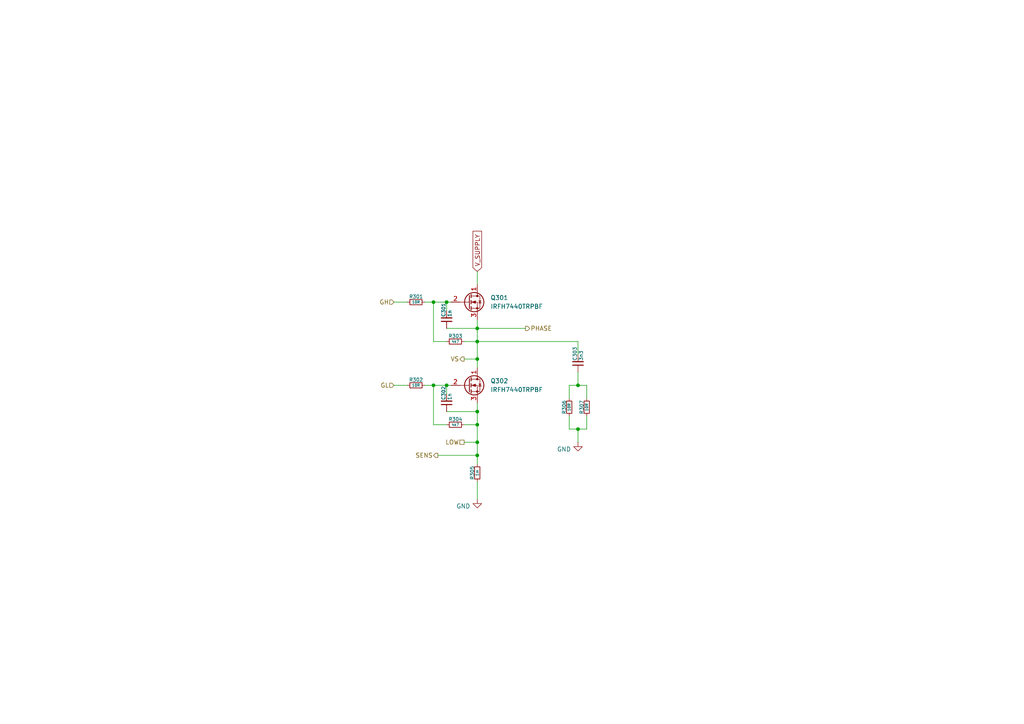
<source format=kicad_sch>
(kicad_sch (version 20250114) (generator "eeschema") (generator_version "9.0")
  (paper "A4")
  (lib_symbols
    (symbol "Bluesat:C_CompactV" (pin_numbers (hide yes)) (pin_names (offset 0.254) (hide yes))
      (property "Reference" "C" (at -0.889 0.762 90))
      (property "Value" "C_CompactV" (at 0.889 0.762 90))
      (symbol "C_CompactV_0_1"
        (polyline (pts (xy 1.524 0.508) (xy -1.524 0.508)) (stroke (width 0.3302)))
        (polyline (pts (xy 1.524 -0.508) (xy -1.524 -0.508)) (stroke (width 0.3048)))
      )
      (symbol "C_CompactV_1_1"
        (pin passive line (at 0 2.54 270) (length 2.032) (name "~") (number "2"))
        (pin passive line (at 0 -2.54 90) (length 2.032) (name "~") (number "1"))
      )
    )
    (symbol "Bluesat:R_CompactH" (pin_numbers (hide yes)) (pin_names (offset 0.254) (hide yes))
      (property "Reference" "R" (at 1.8415 0.1905 0))
      (property "Value" "R_CompactH" (at 0 0 0))
      (symbol "R_CompactH_0_1"
        (rectangle (start -1.778 -0.762) (end 1.778 0.762) (stroke (width 0.2032)))
      )
      (symbol "R_CompactH_1_1"
        (pin passive line (at -2.54 0 0) (length 0.762) (name "~") (number "1"))
        (pin passive line (at 2.54 0 180) (length 0.762) (name "~") (number "2"))
      )
    )
    (symbol "Bluesat:R_CompactV" (pin_numbers (hide yes)) (pin_names (offset 0.254) (hide yes))
      (property "Reference" "R" (at -0.889 0 90))
      (property "Value" "R_CompactV" (at 0 0 90))
      (symbol "R_CompactV_0_1"
        (rectangle (start -0.762 1.778) (end 0.762 -1.778) (stroke (width 0.2032)))
      )
      (symbol "R_CompactV_1_1"
        (pin passive line (at 0 2.54 270) (length 0.762) (name "~") (number "1"))
        (pin passive line (at 0 -2.54 90) (length 0.762) (name "~") (number "2"))
      )
    )
    (symbol "Transistor_FET:Q_NMOS_DGS" (pin_names (offset 0) (hide yes))
      (property "Reference" "Q" (at 5.08 1.905 0))
      (property "Value" "Q_NMOS_DGS" (at 5.08 0 0))
      (symbol "Q_NMOS_DGS_0_1"
        (polyline (pts (xy 0.254 1.905) (xy 0.254 -1.905)) (stroke (width 0.254)))
        (polyline (pts (xy 0.254 0) (xy -2.54 0)))
        (polyline (pts (xy 0.762 2.286) (xy 0.762 1.27)) (stroke (width 0.254)))
        (polyline (pts (xy 0.762 0.508) (xy 0.762 -0.508)) (stroke (width 0.254)))
        (polyline (pts (xy 0.762 -1.27) (xy 0.762 -2.286)) (stroke (width 0.254)))
        (polyline (pts (xy 0.762 -1.778) (xy 3.302 -1.778) (xy 3.302 1.778) (xy 0.762 1.778)))
        (polyline (pts (xy 1.016 0) (xy 2.032 0.381) (xy 2.032 -0.381) (xy 1.016 0)) (fill (type outline)))
        (circle (center 1.651 0) (radius 2.794) (stroke (width 0.254)))
        (polyline (pts (xy 2.54 2.54) (xy 2.54 1.778)))
        (circle (center 2.54 1.778) (radius 0.254) (fill (type outline)))
        (circle (center 2.54 -1.778) (radius 0.254) (fill (type outline)))
        (polyline (pts (xy 2.54 -2.54) (xy 2.54 0) (xy 0.762 0)))
        (polyline (pts (xy 2.921 0.381) (xy 3.683 0.381)))
        (polyline (pts (xy 3.302 0.381) (xy 2.921 -0.254) (xy 3.683 -0.254) (xy 3.302 0.381)))
      )
      (symbol "Q_NMOS_DGS_1_1"
        (pin input line (at -5.08 0 0) (length 2.54) (name "G") (number "2"))
        (pin passive line (at 2.54 5.08 270) (length 2.54) (name "D") (number "1"))
        (pin passive line (at 2.54 -5.08 90) (length 2.54) (name "S") (number "3"))
      )
    )
    (symbol "power:GND" (power) (pin_numbers (hide yes)) (pin_names (offset 0) (hide yes))
      (property "Value" "GND" (at 0 -3.81 0))
      (symbol "GND_0_1"
        (polyline (pts (xy 0 0) (xy 0 -1.27) (xy 1.27 -1.27) (xy 0 -2.54) (xy -1.27 -1.27) (xy 0 -1.27)))
      )
      (symbol "GND_1_1"
        (pin power_in line (at 0 0 270) (length 0) (name "~") (number "1"))
      )
    )
  )
  (junction (at 167.64 111.76))
  (junction (at 138.43 132.08))
  (junction (at 138.43 99.06))
  (junction (at 138.43 104.14))
  (junction (at 167.64 124.46))
  (junction (at 138.43 123.19))
  (junction (at 125.73 111.76))
  (junction (at 125.73 87.63))
  (junction (at 129.54 87.63))
  (junction (at 138.43 128.27))
  (junction (at 138.43 95.25))
  (junction (at 138.43 119.38))
  (junction (at 129.54 111.76))
  (wire (pts (xy 129.54 111.76) (xy 130.81 111.76)))
  (wire (pts (xy 134.62 128.27) (xy 138.43 128.27)))
  (wire (pts (xy 138.43 99.06) (xy 134.62 99.06)))
  (wire (pts (xy 125.73 99.06) (xy 129.54 99.06)))
  (wire (pts (xy 138.43 123.19) (xy 134.62 123.19)))
  (wire (pts (xy 127 132.08) (xy 138.43 132.08)))
  (wire (pts (xy 123.19 87.63) (xy 125.73 87.63)))
  (wire (pts (xy 167.64 111.76) (xy 167.64 107.95)))
  (wire (pts (xy 138.43 128.27) (xy 138.43 132.08)))
  (wire (pts (xy 138.43 95.25) (xy 152.4 95.25)))
  (wire (pts (xy 114.3 87.63) (xy 118.11 87.63)))
  (wire (pts (xy 167.64 111.76) (xy 165.1 111.76)))
  (wire (pts (xy 138.43 78.74) (xy 138.43 82.55)))
  (wire (pts (xy 138.43 139.7) (xy 138.43 144.78)))
  (wire (pts (xy 138.43 99.06) (xy 138.43 104.14)))
  (wire (pts (xy 129.54 95.25) (xy 138.43 95.25)))
  (wire (pts (xy 167.64 111.76) (xy 170.18 111.76)))
  (wire (pts (xy 129.54 87.63) (xy 129.54 90.17)))
  (wire (pts (xy 125.73 111.76) (xy 125.73 123.19)))
  (wire (pts (xy 165.1 124.46) (xy 167.64 124.46)))
  (wire (pts (xy 114.3 111.76) (xy 118.11 111.76)))
  (wire (pts (xy 170.18 124.46) (xy 170.18 120.65)))
  (wire (pts (xy 165.1 111.76) (xy 165.1 115.57)))
  (wire (pts (xy 129.54 119.38) (xy 138.43 119.38)))
  (wire (pts (xy 138.43 123.19) (xy 138.43 128.27)))
  (wire (pts (xy 134.62 104.14) (xy 138.43 104.14)))
  (wire (pts (xy 129.54 87.63) (xy 130.81 87.63)))
  (wire (pts (xy 167.64 99.06) (xy 167.64 102.87)))
  (wire (pts (xy 125.73 87.63) (xy 129.54 87.63)))
  (wire (pts (xy 125.73 87.63) (xy 125.73 99.06)))
  (wire (pts (xy 129.54 111.76) (xy 129.54 114.3)))
  (wire (pts (xy 125.73 111.76) (xy 129.54 111.76)))
  (wire (pts (xy 138.43 99.06) (xy 167.64 99.06)))
  (wire (pts (xy 138.43 92.71) (xy 138.43 95.25)))
  (wire (pts (xy 138.43 104.14) (xy 138.43 106.68)))
  (wire (pts (xy 138.43 132.08) (xy 138.43 134.62)))
  (wire (pts (xy 125.73 123.19) (xy 129.54 123.19)))
  (wire (pts (xy 138.43 119.38) (xy 138.43 123.19)))
  (wire (pts (xy 170.18 111.76) (xy 170.18 115.57)))
  (wire (pts (xy 167.64 124.46) (xy 170.18 124.46)))
  (wire (pts (xy 123.19 111.76) (xy 125.73 111.76)))
  (wire (pts (xy 138.43 95.25) (xy 138.43 99.06)))
  (wire (pts (xy 165.1 120.65) (xy 165.1 124.46)))
  (wire (pts (xy 167.64 124.46) (xy 167.64 128.27)))
  (wire (pts (xy 138.43 116.84) (xy 138.43 119.38)))
  (global_label "V_SUPPLY" (shape input) (at 138.43 78.74 90) (property "Intersheetrefs" "${INTERSHEET_REFS}" (effects (hide yes))))
  (hierarchical_label "LOW" (shape passive) (at 134.62 128.27 180))
  (hierarchical_label "SENS" (shape output) (at 127 132.08 180))
  (hierarchical_label "VS" (shape output) (at 134.62 104.14 180))
  (hierarchical_label "GL" (shape input) (at 114.3 111.76 180))
  (hierarchical_label "PHASE" (shape output) (at 152.4 95.25 0))
  (hierarchical_label "GH" (shape input) (at 114.3 87.63 180))
  (symbol (lib_id "power:GND") (at 138.43 144.78 0) (unit 1)
    (property "Reference" "#PWR0301" (effects (hide yes)))
    (property "Value" "GND" (at 134.366 146.812 0))
    (property "Description" "Power symbol creates a global label with name \"GND\" , ground" (effects (hide yes)))
    (instances (project "" (path "" (reference "#PWR0301") (unit 1)) (path "" (reference "#PWR0401") (unit 1)) (path "" (reference "#PWR0501") (unit 1))))
  )
  (symbol (lib_id "Bluesat:C_CompactV") (at 129.54 92.71 0) (unit 1)
    (property "Reference" "C301" (at 128.651 91.948 90) (effects (font (size 1.016 1.016)) (justify left)))
    (property "Value" "1n" (at 130.429 91.948 90) (effects (font (size 1.016 1.016)) (justify left)))
    (property "Footprint" "Capacitor_SMD:C_0402_1005Metric" (effects (hide yes)))
    (property "Description" "Unpolarized capacitor, compact symbol" (effects (hide yes)))
    (instances (project "vesc2" (path "" (reference "C301") (unit 1)) (path "" (reference "C401") (unit 1)) (path "" (reference "C501") (unit 1))))
  )
  (symbol (lib_id "Transistor_FET:Q_NMOS_DGS") (at 135.89 87.63 0) (unit 1)
    (property "Reference" "Q301" (at 142.24 86.3599 0) (effects (justify left)))
    (property "Value" "IRFH7440TRPBF" (at 142.24 88.8999 0) (effects (justify left)))
    (property "Footprint" "Bluesat:PQFN_5x6mm_E_DGS" (effects (hide yes)))
    (property "Description" "N-MOSFET transistor, drain/gate/source" (effects (hide yes)))
    (instances (project "vesc2" (path "" (reference "Q301") (unit 1)) (path "" (reference "Q401") (unit 1)) (path "" (reference "Q501") (unit 1))))
  )
  (symbol (lib_id "Bluesat:R_CompactH") (at 132.08 99.06 0) (unit 1)
    (property "Reference" "R303" (at 130.048 98.044 0) (effects (font (size 1.016 1.016)) (justify left bottom)))
    (property "Value" "4k7" (at 132.08 99.06 0) (effects (font (size 0.762 0.762))))
    (property "Footprint" "Resistor_SMD:R_0402_1005Metric" (effects (hide yes)))
    (property "Description" "Resistor, compact symbol" (effects (hide yes)))
    (instances (project "vesc2" (path "" (reference "R303") (unit 1)) (path "" (reference "R403") (unit 1)) (path "" (reference "R503") (unit 1))))
  )
  (symbol (lib_id "Bluesat:R_CompactH") (at 120.65 87.63 0) (unit 1)
    (property "Reference" "R301" (at 118.618 86.614 0) (effects (font (size 1.016 1.016)) (justify left bottom)))
    (property "Value" "10R" (at 120.65 87.63 0) (effects (font (size 0.762 0.762))))
    (property "Footprint" "Resistor_SMD:R_0402_1005Metric" (effects (hide yes)))
    (property "Description" "Resistor, compact symbol" (effects (hide yes)))
    (instances (project "vesc2" (path "" (reference "R301") (unit 1)) (path "" (reference "R401") (unit 1)) (path "" (reference "R501") (unit 1))))
  )
  (symbol (lib_id "Bluesat:R_CompactH") (at 132.08 123.19 0) (unit 1)
    (property "Reference" "R304" (at 130.048 122.174 0) (effects (font (size 1.016 1.016)) (justify left bottom)))
    (property "Value" "4k7" (at 132.08 123.19 0) (effects (font (size 0.762 0.762))))
    (property "Footprint" "Resistor_SMD:R_0402_1005Metric" (effects (hide yes)))
    (property "Description" "Resistor, compact symbol" (effects (hide yes)))
    (instances (project "vesc2" (path "" (reference "R304") (unit 1)) (path "" (reference "R404") (unit 1)) (path "" (reference "R504") (unit 1))))
  )
  (symbol (lib_id "Bluesat:R_CompactH") (at 120.65 111.76 0) (unit 1)
    (property "Reference" "R302" (at 118.618 110.744 0) (effects (font (size 1.016 1.016)) (justify left bottom)))
    (property "Value" "10R" (at 120.65 111.76 0) (effects (font (size 0.762 0.762))))
    (property "Footprint" "Resistor_SMD:R_0402_1005Metric" (effects (hide yes)))
    (property "Description" "Resistor, compact symbol" (effects (hide yes)))
    (instances (project "vesc2" (path "" (reference "R302") (unit 1)) (path "" (reference "R402") (unit 1)) (path "" (reference "R502") (unit 1))))
  )
  (symbol (lib_id "Bluesat:C_CompactV") (at 129.54 116.84 0) (unit 1)
    (property "Reference" "C302" (at 128.651 116.078 90) (effects (font (size 1.016 1.016)) (justify left)))
    (property "Value" "1n" (at 130.429 116.078 90) (effects (font (size 1.016 1.016)) (justify left)))
    (property "Footprint" "Capacitor_SMD:C_0402_1005Metric" (effects (hide yes)))
    (property "Description" "Unpolarized capacitor, compact symbol" (effects (hide yes)))
    (instances (project "vesc2" (path "" (reference "C302") (unit 1)) (path "" (reference "C402") (unit 1)) (path "" (reference "C502") (unit 1))))
  )
  (symbol (lib_id "Transistor_FET:Q_NMOS_DGS") (at 135.89 111.76 0) (unit 1)
    (property "Reference" "Q302" (at 142.24 110.4899 0) (effects (justify left)))
    (property "Value" "IRFH7440TRPBF" (at 142.24 113.0299 0) (effects (justify left)))
    (property "Footprint" "Bluesat:PQFN_5x6mm_E_DGS" (effects (hide yes)))
    (property "Description" "N-MOSFET transistor, drain/gate/source" (effects (hide yes)))
    (instances (project "vesc2" (path "" (reference "Q302") (unit 1)) (path "" (reference "Q402") (unit 1)) (path "" (reference "Q502") (unit 1))))
  )
  (symbol (lib_id "power:GND") (at 167.64 128.27 0) (unit 1)
    (property "Reference" "#PWR0302" (effects (hide yes)))
    (property "Value" "GND" (at 163.576 130.302 0))
    (property "Description" "Power symbol creates a global label with name \"GND\" , ground" (effects (hide yes)))
    (instances (project "vesc2" (path "" (reference "#PWR0302") (unit 1)) (path "" (reference "#PWR0402") (unit 1)) (path "" (reference "#PWR0502") (unit 1))))
  )
  (symbol (lib_id "Bluesat:C_CompactV") (at 167.64 105.41 0) (unit 1)
    (property "Reference" "C303" (at 166.751 104.648 90) (effects (font (size 1.016 1.016)) (justify left)))
    (property "Value" "3n3" (at 168.529 104.648 90) (effects (font (size 1.016 1.016)) (justify left)))
    (property "Footprint" "Capacitor_SMD:C_0402_1005Metric" (effects (hide yes)))
    (property "Description" "Unpolarized capacitor, compact symbol" (effects (hide yes)))
    (instances (project "vesc2" (path "" (reference "C303") (unit 1)) (path "" (reference "C403") (unit 1)) (path "" (reference "C503") (unit 1))))
  )
  (symbol (lib_id "Bluesat:R_CompactV") (at 165.1 118.11 0) (unit 1)
    (property "Reference" "R306" (at 164.211 118.11 90) (effects (font (size 1.016 1.016)) (justify bottom)))
    (property "Value" "10R" (at 165.1 118.11 90) (effects (font (size 0.762 0.762))))
    (property "Footprint" "Resistor_SMD:R_0402_1005Metric" (effects (hide yes)))
    (property "Description" "Resistor, compact symbol" (effects (hide yes)))
    (instances (project "vesc2" (path "" (reference "R306") (unit 1)) (path "" (reference "R406") (unit 1)) (path "" (reference "R506") (unit 1))))
  )
  (symbol (lib_id "Bluesat:R_CompactV") (at 170.18 118.11 0) (unit 1)
    (property "Reference" "R307" (at 169.291 118.11 90) (effects (font (size 1.016 1.016)) (justify bottom)))
    (property "Value" "10R" (at 170.18 118.11 90) (effects (font (size 0.762 0.762))))
    (property "Footprint" "Resistor_SMD:R_0402_1005Metric" (effects (hide yes)))
    (property "Description" "Resistor, compact symbol" (effects (hide yes)))
    (instances (project "vesc2" (path "" (reference "R307") (unit 1)) (path "" (reference "R407") (unit 1)) (path "" (reference "R507") (unit 1))))
  )
  (symbol (lib_id "Bluesat:R_CompactV") (at 138.43 137.16 0) (unit 1)
    (property "Reference" "R305" (at 137.541 137.16 90) (effects (font (size 1.016 1.016)) (justify bottom)))
    (property "Value" "1m" (at 138.43 137.16 90) (effects (font (size 0.762 0.762))))
    (property "Footprint" "Resistor_SMD:R_2512_6332Metric" (effects (hide yes)))
    (property "Description" "Resistor, compact symbol" (effects (hide yes)))
    (instances (project "vesc2" (path "" (reference "R305") (unit 1)) (path "" (reference "R405") (unit 1)) (path "" (reference "R505") (unit 1))))
  )
)
</source>
